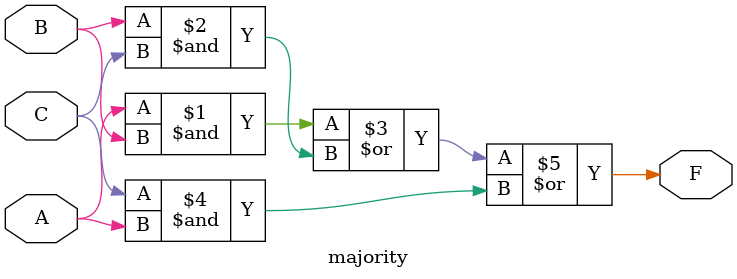
<source format=v>
module majority(A,B,C,F);
  input A,B,C;
  output F;
  assign F=(A&B)|(B&C)|(C&A);
endmodule
</source>
